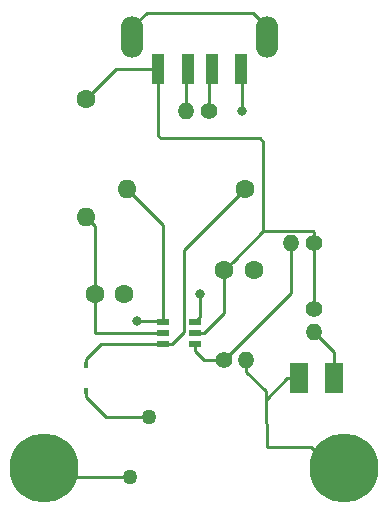
<source format=gbr>
G04 #@! TF.GenerationSoftware,KiCad,Pcbnew,(5.1.5)-3*
G04 #@! TF.CreationDate,2020-03-11T21:27:21-07:00*
G04 #@! TF.ProjectId,lab3,6c616233-2e6b-4696-9361-645f70636258,v01*
G04 #@! TF.SameCoordinates,Original*
G04 #@! TF.FileFunction,Copper,L1,Top*
G04 #@! TF.FilePolarity,Positive*
%FSLAX46Y46*%
G04 Gerber Fmt 4.6, Leading zero omitted, Abs format (unit mm)*
G04 Created by KiCad (PCBNEW (5.1.5)-3) date 2020-03-11 21:27:21*
%MOMM*%
%LPD*%
G04 APERTURE LIST*
%ADD10C,1.270000*%
%ADD11O,1.400000X1.400000*%
%ADD12C,1.400000*%
%ADD13O,1.600000X1.600000*%
%ADD14C,1.600000*%
%ADD15R,1.100000X0.600000*%
%ADD16O,1.900000X3.500000*%
%ADD17R,1.100000X2.500000*%
%ADD18R,1.500000X2.600000*%
%ADD19R,0.400000X0.500000*%
%ADD20C,5.842000*%
%ADD21C,0.800000*%
%ADD22C,0.250000*%
G04 APERTURE END LIST*
D10*
X146558000Y-99822000D03*
X144958000Y-104922000D03*
D11*
X154808000Y-94996000D03*
D12*
X152908000Y-94996000D03*
D11*
X158628000Y-85090000D03*
D12*
X160528000Y-85090000D03*
D11*
X149738000Y-73914000D03*
D12*
X151638000Y-73914000D03*
D11*
X160528000Y-92578000D03*
D12*
X160528000Y-90678000D03*
D13*
X141224000Y-82898000D03*
D14*
X141224000Y-72898000D03*
D13*
X144686000Y-80518000D03*
D14*
X154686000Y-80518000D03*
X152948000Y-87376000D03*
X155448000Y-87376000D03*
X144486000Y-89408000D03*
X141986000Y-89408000D03*
D15*
X150448000Y-92710000D03*
X150448000Y-93660000D03*
X150448000Y-91760000D03*
X147748000Y-93660000D03*
X147748000Y-92710000D03*
X147748000Y-91760000D03*
D16*
X156576000Y-67606000D03*
X145176000Y-67606000D03*
D17*
X154376000Y-70356000D03*
X147376000Y-70356000D03*
X151876000Y-70356000D03*
X149876000Y-70356000D03*
D18*
X162258000Y-96520000D03*
X159258000Y-96520000D03*
D19*
X141224000Y-97620000D03*
X141224000Y-95420000D03*
D20*
X137668000Y-104140000D03*
X163068000Y-104140000D03*
D21*
X150876000Y-89408000D03*
X145542000Y-91694000D03*
X154432000Y-73914000D03*
D22*
X150876000Y-91332000D02*
X150448000Y-91760000D01*
X150876000Y-89408000D02*
X150876000Y-91332000D01*
X141986000Y-83660000D02*
X141224000Y-82898000D01*
X141986000Y-89408000D02*
X141986000Y-83660000D01*
X141986000Y-89408000D02*
X141986000Y-92710000D01*
X145796000Y-92710000D02*
X147748000Y-92710000D01*
X141986000Y-92710000D02*
X145796000Y-92710000D01*
X160528000Y-90678000D02*
X160528000Y-85090000D01*
X160492948Y-84064999D02*
X156259001Y-84064999D01*
X156259001Y-84064999D02*
X153747999Y-86576001D01*
X160528000Y-84100051D02*
X160492948Y-84064999D01*
X153747999Y-86576001D02*
X152948000Y-87376000D01*
X160528000Y-85090000D02*
X160528000Y-84100051D01*
X143766000Y-70356000D02*
X147376000Y-70356000D01*
X141224000Y-72898000D02*
X143766000Y-70356000D01*
X147574000Y-76200000D02*
X147376000Y-76002000D01*
X156259001Y-76503001D02*
X155956000Y-76200000D01*
X147376000Y-76002000D02*
X147376000Y-70356000D01*
X155956000Y-76200000D02*
X147574000Y-76200000D01*
X156259001Y-84064999D02*
X156259001Y-76503001D01*
X151248000Y-92710000D02*
X150448000Y-92710000D01*
X152948000Y-91010000D02*
X151248000Y-92710000D01*
X152948000Y-87376000D02*
X152948000Y-91010000D01*
X147748000Y-83580000D02*
X144686000Y-80518000D01*
X147748000Y-91760000D02*
X147748000Y-83580000D01*
X147682000Y-91694000D02*
X147748000Y-91760000D01*
X145542000Y-91694000D02*
X147682000Y-91694000D01*
X154432000Y-70412000D02*
X154376000Y-70356000D01*
X154432000Y-73914000D02*
X154432000Y-70412000D01*
X158258000Y-96520000D02*
X159258000Y-96520000D01*
X156534000Y-98244000D02*
X158258000Y-96520000D01*
X156464000Y-97641949D02*
X156464000Y-98298000D01*
X154808000Y-94996000D02*
X154808000Y-95985949D01*
X154808000Y-95985949D02*
X156464000Y-97641949D01*
X156464000Y-98298000D02*
X156534000Y-98244000D01*
X156534000Y-102362000D02*
X156464000Y-98298000D01*
X160274000Y-102362000D02*
X160951408Y-103039409D01*
X156534000Y-102362000D02*
X160274000Y-102362000D01*
X162258000Y-94308000D02*
X160528000Y-92578000D01*
X162258000Y-96520000D02*
X162258000Y-94308000D01*
X149572999Y-92635001D02*
X149572999Y-85631001D01*
X149572999Y-85631001D02*
X153886001Y-81317999D01*
X148548000Y-93660000D02*
X149572999Y-92635001D01*
X153886001Y-81317999D02*
X154686000Y-80518000D01*
X147748000Y-93660000D02*
X148548000Y-93660000D01*
X146948000Y-93660000D02*
X147748000Y-93660000D01*
X142484000Y-93660000D02*
X146948000Y-93660000D01*
X141224000Y-94920000D02*
X142484000Y-93660000D01*
X141224000Y-95420000D02*
X141224000Y-94920000D01*
X141224000Y-98120000D02*
X141224000Y-97620000D01*
X142926000Y-99822000D02*
X141224000Y-98120000D01*
X146558000Y-99822000D02*
X142926000Y-99822000D01*
X141498000Y-104922000D02*
X139974000Y-104922000D01*
X144958000Y-104922000D02*
X141498000Y-104922000D01*
X139974000Y-104922000D02*
X139934298Y-104882298D01*
X156576000Y-66806000D02*
X156576000Y-67606000D01*
X155376000Y-65606000D02*
X156576000Y-66806000D01*
X146376000Y-65606000D02*
X155376000Y-65606000D01*
X145176000Y-66806000D02*
X146376000Y-65606000D01*
X145176000Y-67606000D02*
X145176000Y-66806000D01*
X151638000Y-70594000D02*
X151876000Y-70356000D01*
X151638000Y-73914000D02*
X151638000Y-70594000D01*
X149738000Y-70494000D02*
X149876000Y-70356000D01*
X149738000Y-73914000D02*
X149738000Y-70494000D01*
X158628000Y-89276000D02*
X152908000Y-94996000D01*
X158628000Y-85090000D02*
X158628000Y-89276000D01*
X150448000Y-94210000D02*
X150448000Y-93660000D01*
X151234000Y-94996000D02*
X150448000Y-94210000D01*
X152908000Y-94996000D02*
X151234000Y-94996000D01*
M02*

</source>
